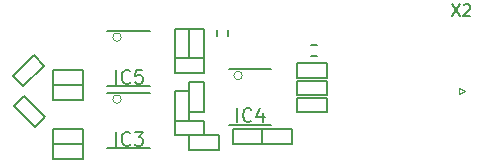
<source format=gbr>
%TF.GenerationSoftware,KiCad,Pcbnew,(6.0.7)*%
%TF.CreationDate,2022-08-24T15:08:17+02:00*%
%TF.ProjectId,diff-probe,64696666-2d70-4726-9f62-652e6b696361,rev?*%
%TF.SameCoordinates,Original*%
%TF.FileFunction,Legend,Top*%
%TF.FilePolarity,Positive*%
%FSLAX46Y46*%
G04 Gerber Fmt 4.6, Leading zero omitted, Abs format (unit mm)*
G04 Created by KiCad (PCBNEW (6.0.7)) date 2022-08-24 15:08:17*
%MOMM*%
%LPD*%
G01*
G04 APERTURE LIST*
%ADD10C,0.127000*%
%ADD11C,0.150000*%
%ADD12C,0.200000*%
%ADD13C,0.152400*%
%ADD14C,0.050800*%
%ADD15C,0.120000*%
G04 APERTURE END LIST*
D10*
%TO.C,IC3*%
X137304692Y-102625571D02*
X137304692Y-101482571D01*
X138502121Y-102516714D02*
X138447692Y-102571142D01*
X138284407Y-102625571D01*
X138175550Y-102625571D01*
X138012264Y-102571142D01*
X137903407Y-102462285D01*
X137848978Y-102353428D01*
X137794550Y-102135714D01*
X137794550Y-101972428D01*
X137848978Y-101754714D01*
X137903407Y-101645857D01*
X138012264Y-101537000D01*
X138175550Y-101482571D01*
X138284407Y-101482571D01*
X138447692Y-101537000D01*
X138502121Y-101591428D01*
X138883121Y-101482571D02*
X139590692Y-101482571D01*
X139209692Y-101918000D01*
X139372978Y-101918000D01*
X139481835Y-101972428D01*
X139536264Y-102026857D01*
X139590692Y-102135714D01*
X139590692Y-102407857D01*
X139536264Y-102516714D01*
X139481835Y-102571142D01*
X139372978Y-102625571D01*
X139046407Y-102625571D01*
X138937550Y-102571142D01*
X138883121Y-102516714D01*
%TO.C,IC5*%
X137304692Y-97375571D02*
X137304692Y-96232571D01*
X138502121Y-97266714D02*
X138447692Y-97321142D01*
X138284407Y-97375571D01*
X138175550Y-97375571D01*
X138012264Y-97321142D01*
X137903407Y-97212285D01*
X137848978Y-97103428D01*
X137794550Y-96885714D01*
X137794550Y-96722428D01*
X137848978Y-96504714D01*
X137903407Y-96395857D01*
X138012264Y-96287000D01*
X138175550Y-96232571D01*
X138284407Y-96232571D01*
X138447692Y-96287000D01*
X138502121Y-96341428D01*
X139536264Y-96232571D02*
X138991978Y-96232571D01*
X138937550Y-96776857D01*
X138991978Y-96722428D01*
X139100835Y-96668000D01*
X139372978Y-96668000D01*
X139481835Y-96722428D01*
X139536264Y-96776857D01*
X139590692Y-96885714D01*
X139590692Y-97157857D01*
X139536264Y-97266714D01*
X139481835Y-97321142D01*
X139372978Y-97375571D01*
X139100835Y-97375571D01*
X138991978Y-97321142D01*
X138937550Y-97266714D01*
D11*
%TO.C,X2*%
X165740476Y-90652380D02*
X166407142Y-91652380D01*
X166407142Y-90652380D02*
X165740476Y-91652380D01*
X166740476Y-90747619D02*
X166788095Y-90700000D01*
X166883333Y-90652380D01*
X167121428Y-90652380D01*
X167216666Y-90700000D01*
X167264285Y-90747619D01*
X167311904Y-90842857D01*
X167311904Y-90938095D01*
X167264285Y-91080952D01*
X166692857Y-91652380D01*
X167311904Y-91652380D01*
D10*
%TO.C,IC4*%
X147554692Y-100625571D02*
X147554692Y-99482571D01*
X148752121Y-100516714D02*
X148697692Y-100571142D01*
X148534407Y-100625571D01*
X148425550Y-100625571D01*
X148262264Y-100571142D01*
X148153407Y-100462285D01*
X148098978Y-100353428D01*
X148044550Y-100135714D01*
X148044550Y-99972428D01*
X148098978Y-99754714D01*
X148153407Y-99645857D01*
X148262264Y-99537000D01*
X148425550Y-99482571D01*
X148534407Y-99482571D01*
X148697692Y-99537000D01*
X148752121Y-99591428D01*
X149731835Y-99863571D02*
X149731835Y-100625571D01*
X149459692Y-99428142D02*
X149187550Y-100244571D01*
X149895121Y-100244571D01*
D12*
%TO.C,R28*%
X129436008Y-97624125D02*
X131203775Y-95856358D01*
X128552125Y-96740242D02*
X129436008Y-97624125D01*
X131203775Y-95856358D02*
X130319892Y-94972475D01*
X130319892Y-94972475D02*
X128552125Y-96740242D01*
%TO.C,C19*%
X134506100Y-97503600D02*
X134506100Y-96253600D01*
X134506100Y-96253600D02*
X132006100Y-96253600D01*
X132006100Y-96253600D02*
X132006100Y-97503600D01*
X132006100Y-97503600D02*
X134506100Y-97503600D01*
%TO.C,C20*%
X132006100Y-98753600D02*
X134506100Y-98753600D01*
X134506100Y-98753600D02*
X134506100Y-97503600D01*
X134506100Y-97503600D02*
X132006100Y-97503600D01*
X132006100Y-97503600D02*
X132006100Y-98753600D01*
%TO.C,C24*%
X152200000Y-101253600D02*
X149700000Y-101253600D01*
X152200000Y-102503600D02*
X152200000Y-101253600D01*
X149700000Y-101253600D02*
X149700000Y-102503600D01*
X149700000Y-102503600D02*
X152200000Y-102503600D01*
%TO.C,R20*%
X130419892Y-101052225D02*
X131303775Y-100168342D01*
X129536008Y-98400575D02*
X128652125Y-99284458D01*
X131303775Y-100168342D02*
X129536008Y-98400575D01*
X128652125Y-99284458D02*
X130419892Y-101052225D01*
D13*
%TO.C,IC3*%
X140184100Y-98141600D02*
X136578100Y-98141600D01*
X136578100Y-102865600D02*
X140184100Y-102865600D01*
D14*
X137746100Y-98700200D02*
G75*
G03*
X137746100Y-98700200I-355600J0D01*
G01*
D12*
%TO.C,R26*%
X146006100Y-103003600D02*
X146006100Y-101753600D01*
X143506100Y-101753600D02*
X143506100Y-103003600D01*
X143506100Y-103003600D02*
X146006100Y-103003600D01*
X146006100Y-101753600D02*
X143506100Y-101753600D01*
%TO.C,R30*%
X155150000Y-99825000D02*
X155150000Y-98575000D01*
X152650000Y-98575000D02*
X152650000Y-99825000D01*
X155150000Y-98575000D02*
X152650000Y-98575000D01*
X152650000Y-99825000D02*
X155150000Y-99825000D01*
%TO.C,C22*%
X132006100Y-103753600D02*
X134506100Y-103753600D01*
X134506100Y-103753600D02*
X134506100Y-102503600D01*
X134506100Y-102503600D02*
X132006100Y-102503600D01*
X132006100Y-102503600D02*
X132006100Y-103753600D01*
%TO.C,C18*%
X155150000Y-97128600D02*
X152650000Y-97128600D01*
X152650000Y-97128600D02*
X152650000Y-98378600D01*
X155150000Y-98378600D02*
X155150000Y-97128600D01*
X152650000Y-98378600D02*
X155150000Y-98378600D01*
%TO.C,C17*%
X152650000Y-95675000D02*
X152650000Y-96925000D01*
X152650000Y-96925000D02*
X155150000Y-96925000D01*
X155150000Y-96925000D02*
X155150000Y-95675000D01*
X155150000Y-95675000D02*
X152650000Y-95675000D01*
%TO.C,C16*%
X143506100Y-98003600D02*
X142256100Y-98003600D01*
X142256100Y-98003600D02*
X142256100Y-100503600D01*
X143506100Y-100503600D02*
X143506100Y-98003600D01*
X142256100Y-100503600D02*
X143506100Y-100503600D01*
%TO.C,R22*%
X142256100Y-101753600D02*
X144756100Y-101753600D01*
X144756100Y-101753600D02*
X144756100Y-100503600D01*
X144756100Y-100503600D02*
X142256100Y-100503600D01*
X142256100Y-100503600D02*
X142256100Y-101753600D01*
%TO.C,C21*%
X134506100Y-102503600D02*
X134506100Y-101253600D01*
X134506100Y-101253600D02*
X132006100Y-101253600D01*
X132006100Y-101253600D02*
X132006100Y-102503600D01*
X132006100Y-102503600D02*
X134506100Y-102503600D01*
%TO.C,C13*%
X143506100Y-95253600D02*
X143506100Y-92753600D01*
X142256100Y-92753600D02*
X142256100Y-95253600D01*
X142256100Y-95253600D02*
X143506100Y-95253600D01*
X143506100Y-92753600D02*
X142256100Y-92753600D01*
D13*
%TO.C,IC5*%
X140184100Y-92891600D02*
X136578100Y-92891600D01*
X136578100Y-97615600D02*
X140184100Y-97615600D01*
D14*
X137746100Y-93450200D02*
G75*
G03*
X137746100Y-93450200I-355600J0D01*
G01*
D12*
%TO.C,C14*%
X144756100Y-95253600D02*
X144756100Y-92753600D01*
X144756100Y-92753600D02*
X143506100Y-92753600D01*
X143506100Y-95253600D02*
X144756100Y-95253600D01*
X143506100Y-92753600D02*
X143506100Y-95253600D01*
D15*
%TO.C,X2*%
X166310000Y-97750000D02*
X166810000Y-98000000D01*
X166810000Y-98000000D02*
X166310000Y-98250000D01*
X166310000Y-98250000D02*
X166310000Y-97750000D01*
D12*
%TO.C,C54*%
X146750000Y-93350000D02*
X146750000Y-92850000D01*
X145850000Y-93350000D02*
X145850000Y-92850000D01*
%TO.C,C52*%
X153850000Y-95050000D02*
X154350000Y-95050000D01*
X153850000Y-94150000D02*
X154350000Y-94150000D01*
D13*
%TO.C,IC4*%
X150434100Y-96141600D02*
X146828100Y-96141600D01*
X146828100Y-100865600D02*
X150434100Y-100865600D01*
D14*
X147996100Y-96700200D02*
G75*
G03*
X147996100Y-96700200I-355600J0D01*
G01*
D12*
%TO.C,C15*%
X144756100Y-97253600D02*
X143506100Y-97253600D01*
X143506100Y-99753600D02*
X144756100Y-99753600D01*
X144756100Y-99753600D02*
X144756100Y-97253600D01*
X143506100Y-97253600D02*
X143506100Y-99753600D01*
%TO.C,C23*%
X147200000Y-101253600D02*
X147200000Y-102503600D01*
X147200000Y-102503600D02*
X149700000Y-102503600D01*
X149700000Y-102503600D02*
X149700000Y-101253600D01*
X149700000Y-101253600D02*
X147200000Y-101253600D01*
%TO.C,R32*%
X142256100Y-96503600D02*
X144756100Y-96503600D01*
X142256100Y-95253600D02*
X142256100Y-96503600D01*
X144756100Y-96503600D02*
X144756100Y-95253600D01*
X144756100Y-95253600D02*
X142256100Y-95253600D01*
%TD*%
M02*

</source>
